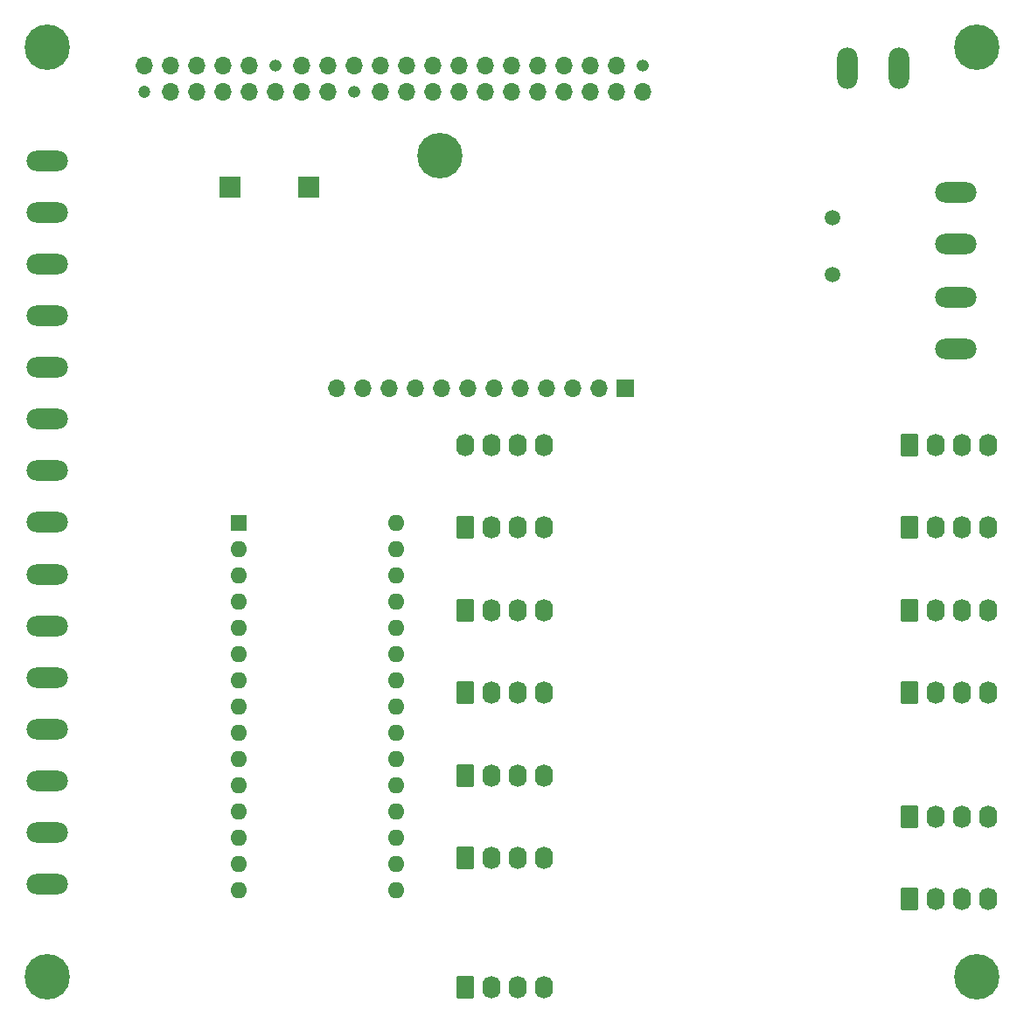
<source format=gbr>
%TF.GenerationSoftware,KiCad,Pcbnew,6.0.9*%
%TF.CreationDate,2022-12-10T00:29:23-03:00*%
%TF.ProjectId,trekking,7472656b-6b69-46e6-972e-6b696361645f,rev?*%
%TF.SameCoordinates,Original*%
%TF.FileFunction,Soldermask,Bot*%
%TF.FilePolarity,Negative*%
%FSLAX46Y46*%
G04 Gerber Fmt 4.6, Leading zero omitted, Abs format (unit mm)*
G04 Created by KiCad (PCBNEW 6.0.9) date 2022-12-10 00:29:23*
%MOMM*%
%LPD*%
G01*
G04 APERTURE LIST*
G04 Aperture macros list*
%AMRoundRect*
0 Rectangle with rounded corners*
0 $1 Rounding radius*
0 $2 $3 $4 $5 $6 $7 $8 $9 X,Y pos of 4 corners*
0 Add a 4 corners polygon primitive as box body*
4,1,4,$2,$3,$4,$5,$6,$7,$8,$9,$2,$3,0*
0 Add four circle primitives for the rounded corners*
1,1,$1+$1,$2,$3*
1,1,$1+$1,$4,$5*
1,1,$1+$1,$6,$7*
1,1,$1+$1,$8,$9*
0 Add four rect primitives between the rounded corners*
20,1,$1+$1,$2,$3,$4,$5,0*
20,1,$1+$1,$4,$5,$6,$7,0*
20,1,$1+$1,$6,$7,$8,$9,0*
20,1,$1+$1,$8,$9,$2,$3,0*%
G04 Aperture macros list end*
%ADD10C,1.200000*%
%ADD11O,1.700000X1.700000*%
%ADD12O,1.200000X1.200000*%
%ADD13RoundRect,0.250000X-0.620000X-0.845000X0.620000X-0.845000X0.620000X0.845000X-0.620000X0.845000X0*%
%ADD14O,1.740000X2.190000*%
%ADD15C,1.500000*%
%ADD16C,4.400000*%
%ADD17O,4.000000X2.000000*%
%ADD18R,2.000000X2.000000*%
%ADD19R,1.600000X1.600000*%
%ADD20O,1.600000X1.600000*%
%ADD21R,1.700000X1.700000*%
%ADD22O,2.000000X4.000000*%
G04 APERTURE END LIST*
D10*
%TO.C,J1*%
X54375000Y-64275000D03*
D11*
X54375000Y-61735000D03*
X56915000Y-64275000D03*
X56915000Y-61735000D03*
X59455000Y-64275000D03*
X59455000Y-61735000D03*
X61995000Y-64275000D03*
X61995000Y-61735000D03*
X64535000Y-64275000D03*
X64535000Y-61735000D03*
X67075000Y-64275000D03*
D12*
X67075000Y-61735000D03*
D11*
X69615000Y-64275000D03*
X69615000Y-61735000D03*
X72155000Y-64275000D03*
X72155000Y-61735000D03*
D12*
X74695000Y-64275000D03*
D11*
X74695000Y-61735000D03*
X77235000Y-64275000D03*
X77235000Y-61735000D03*
X79775000Y-64275000D03*
X79775000Y-61735000D03*
X82315000Y-64275000D03*
X82315000Y-61735000D03*
X84855000Y-64275000D03*
X84855000Y-61735000D03*
X87395000Y-64275000D03*
X87395000Y-61735000D03*
X89935000Y-64275000D03*
X89935000Y-61735000D03*
X92475000Y-64275000D03*
X92475000Y-61735000D03*
X95015000Y-64275000D03*
X95015000Y-61735000D03*
X97555000Y-64275000D03*
X97555000Y-61735000D03*
X100095000Y-64275000D03*
X100095000Y-61735000D03*
X102635000Y-64275000D03*
D12*
X102635000Y-61735000D03*
%TD*%
D13*
%TO.C,J5*%
X128500000Y-106483500D03*
D14*
X131040000Y-106483500D03*
X133580000Y-106483500D03*
X136120000Y-106483500D03*
%TD*%
D15*
%TO.C,VIN*%
X121000000Y-82000000D03*
%TD*%
D16*
%TO.C,REF\u002A\u002A*%
X45000000Y-60000000D03*
%TD*%
D13*
%TO.C,J2*%
X128500000Y-114483500D03*
D14*
X131040000Y-114483500D03*
X133580000Y-114483500D03*
X136120000Y-114483500D03*
%TD*%
%TO.C,J17*%
X85500000Y-98483500D03*
X88040000Y-98483500D03*
X90580000Y-98483500D03*
X93120000Y-98483500D03*
%TD*%
D13*
%TO.C,J10*%
X128500000Y-134503500D03*
D14*
X131040000Y-134503500D03*
X133580000Y-134503500D03*
X136120000Y-134503500D03*
%TD*%
D13*
%TO.C,J23*%
X85500000Y-151000000D03*
D14*
X88040000Y-151000000D03*
X90580000Y-151000000D03*
X93120000Y-151000000D03*
%TD*%
D17*
%TO.C,J22*%
X45000000Y-116000000D03*
X45000000Y-121000000D03*
X45000000Y-126000000D03*
%TD*%
D13*
%TO.C,J15*%
X85500000Y-106483500D03*
D14*
X88040000Y-106483500D03*
X90580000Y-106483500D03*
X93120000Y-106483500D03*
%TD*%
D13*
%TO.C,J12*%
X85500000Y-138483500D03*
D14*
X88040000Y-138483500D03*
X90580000Y-138483500D03*
X93120000Y-138483500D03*
%TD*%
D18*
%TO.C,D1*%
X70310000Y-73500000D03*
X62690000Y-73500000D03*
%TD*%
D16*
%TO.C,*%
X83000000Y-70500000D03*
%TD*%
D13*
%TO.C,J3*%
X128500000Y-122483500D03*
D14*
X131040000Y-122483500D03*
X133580000Y-122483500D03*
X136120000Y-122483500D03*
%TD*%
D17*
%TO.C,J20*%
X45000000Y-101000000D03*
X45000000Y-106000000D03*
X45000000Y-111000000D03*
%TD*%
D15*
%TO.C,VCC*%
X121000000Y-76500000D03*
%TD*%
D16*
%TO.C,REF\u002A\u002A*%
X45000000Y-150000000D03*
%TD*%
%TO.C,REF\u002A\u002A*%
X135000000Y-150000000D03*
%TD*%
D19*
%TO.C,A1*%
X63580000Y-106060000D03*
D20*
X63580000Y-108600000D03*
X63580000Y-111140000D03*
X63580000Y-113680000D03*
X63580000Y-116220000D03*
X63580000Y-118760000D03*
X63580000Y-121300000D03*
X63580000Y-123840000D03*
X63580000Y-126380000D03*
X63580000Y-128920000D03*
X63580000Y-131460000D03*
X63580000Y-134000000D03*
X63580000Y-136540000D03*
X63580000Y-139080000D03*
X63580000Y-141620000D03*
X78820000Y-141620000D03*
X78820000Y-139080000D03*
X78820000Y-136540000D03*
X78820000Y-134000000D03*
X78820000Y-131460000D03*
X78820000Y-128920000D03*
X78820000Y-126380000D03*
X78820000Y-123840000D03*
X78820000Y-121300000D03*
X78820000Y-118760000D03*
X78820000Y-116220000D03*
X78820000Y-113680000D03*
X78820000Y-111140000D03*
X78820000Y-108600000D03*
X78820000Y-106060000D03*
%TD*%
D13*
%TO.C,J16*%
X85500000Y-122483500D03*
D14*
X88040000Y-122483500D03*
X90580000Y-122483500D03*
X93120000Y-122483500D03*
%TD*%
D21*
%TO.C,J18*%
X101000000Y-93000000D03*
D11*
X98460000Y-93000000D03*
X95920000Y-93000000D03*
X93380000Y-93000000D03*
X90840000Y-93000000D03*
X88300000Y-93000000D03*
X85760000Y-93000000D03*
X83220000Y-93000000D03*
X80680000Y-93000000D03*
X78140000Y-93000000D03*
X75600000Y-93000000D03*
X73060000Y-93000000D03*
%TD*%
D13*
%TO.C,J4*%
X128500000Y-98483500D03*
D14*
X131040000Y-98483500D03*
X133580000Y-98483500D03*
X136120000Y-98483500D03*
%TD*%
D13*
%TO.C,J13*%
X85500000Y-114483500D03*
D14*
X88040000Y-114483500D03*
X90580000Y-114483500D03*
X93120000Y-114483500D03*
%TD*%
D16*
%TO.C,REF\u002A\u002A*%
X135000000Y-60000000D03*
%TD*%
D13*
%TO.C,J9*%
X128500000Y-142483500D03*
D14*
X131040000Y-142483500D03*
X133580000Y-142483500D03*
X136120000Y-142483500D03*
%TD*%
D17*
%TO.C,J19*%
X45000000Y-86000000D03*
X45000000Y-91000000D03*
X45000000Y-96000000D03*
%TD*%
%TO.C,J7*%
X133000000Y-74058500D03*
X133000000Y-79058500D03*
%TD*%
D22*
%TO.C,J8*%
X122500000Y-62000000D03*
X127500000Y-62000000D03*
%TD*%
D17*
%TO.C,J11*%
X45000000Y-71000000D03*
X45000000Y-76000000D03*
X45000000Y-81000000D03*
%TD*%
%TO.C,J21*%
X45000000Y-131000000D03*
X45000000Y-136000000D03*
X45000000Y-141000000D03*
%TD*%
%TO.C,J6*%
X133000000Y-84233500D03*
X133000000Y-89233500D03*
%TD*%
D13*
%TO.C,J14*%
X85500000Y-130483500D03*
D14*
X88040000Y-130483500D03*
X90580000Y-130483500D03*
X93120000Y-130483500D03*
%TD*%
M02*

</source>
